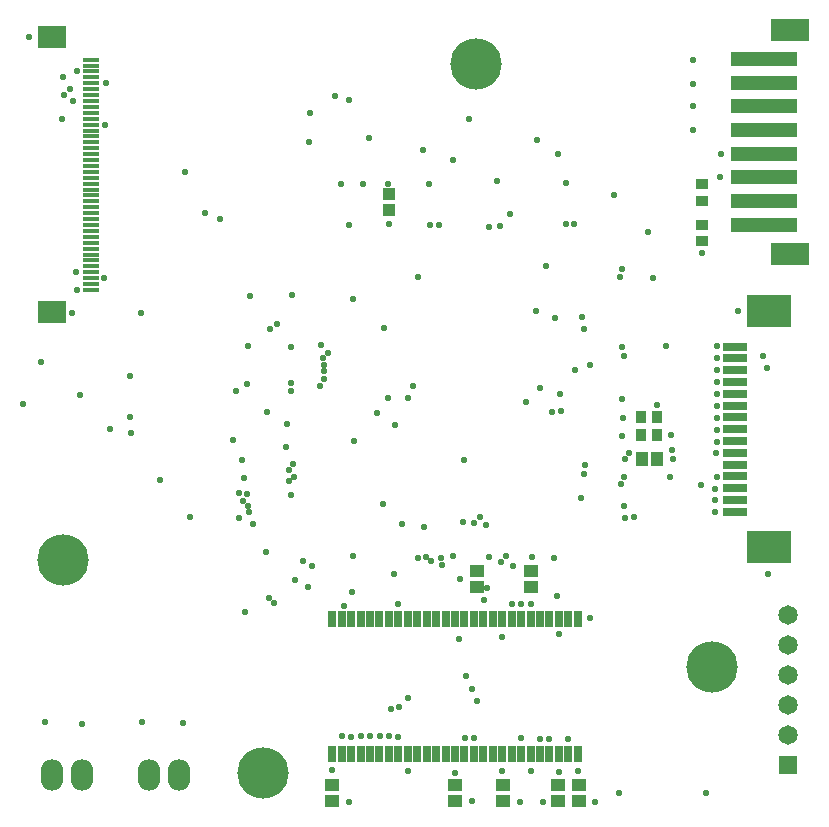
<source format=gbs>
G04*
G04 #@! TF.GenerationSoftware,Altium Limited,Altium Designer,23.3.1 (30)*
G04*
G04 Layer_Color=16711935*
%FSLAX44Y44*%
%MOMM*%
G71*
G04*
G04 #@! TF.SameCoordinates,1E3CE245-77AB-4D3B-BECC-05931035AD6D*
G04*
G04*
G04 #@! TF.FilePolarity,Negative*
G04*
G01*
G75*
%ADD31R,1.1500X1.0500*%
%ADD32R,1.0500X1.1500*%
%ADD36R,0.9500X1.0500*%
%ADD37R,1.0500X0.9500*%
%ADD45R,1.1000X1.0000*%
%ADD47C,4.3500*%
%ADD48R,1.6500X1.6500*%
%ADD49C,1.6500*%
%ADD50O,1.9000X2.6500*%
%ADD51C,0.5500*%
%ADD69R,2.1500X0.7600*%
%ADD70R,3.7500X2.8300*%
%ADD71R,0.7500X1.4450*%
%ADD72R,1.4500X0.4500*%
%ADD73R,2.3500X1.9500*%
%ADD74R,3.2500X1.8500*%
%ADD75R,5.6500X1.1500*%
D31*
X447040Y197720D02*
D03*
Y211220D02*
D03*
X400812Y211112D02*
D03*
Y197612D02*
D03*
X487680Y16110D02*
D03*
Y29610D02*
D03*
X469900Y16110D02*
D03*
Y29610D02*
D03*
X422910Y16110D02*
D03*
Y29610D02*
D03*
X382270Y16110D02*
D03*
Y29610D02*
D03*
X278130Y16110D02*
D03*
Y29610D02*
D03*
D32*
X553720Y306070D02*
D03*
X540220D02*
D03*
D36*
X553496Y326390D02*
D03*
X539496D02*
D03*
X539608Y341122D02*
D03*
X553608D02*
D03*
D37*
X591058Y524510D02*
D03*
Y538510D02*
D03*
Y504078D02*
D03*
Y490078D02*
D03*
D45*
X326390Y516740D02*
D03*
Y529740D02*
D03*
D47*
X400000Y640000D02*
D03*
X600000Y130000D02*
D03*
X50000Y220000D02*
D03*
X220000Y40000D02*
D03*
D48*
X664464Y46990D02*
D03*
D49*
Y72390D02*
D03*
Y97790D02*
D03*
Y123190D02*
D03*
Y148590D02*
D03*
Y173990D02*
D03*
D50*
X122936Y38608D02*
D03*
X148336D02*
D03*
X40894Y38354D02*
D03*
X66294D02*
D03*
D51*
X355092Y567690D02*
D03*
X62484Y448818D02*
D03*
X50038Y629158D02*
D03*
X222504Y226822D02*
D03*
X258064Y197358D02*
D03*
X295402Y193294D02*
D03*
X408940Y250190D02*
D03*
X356108Y248412D02*
D03*
X330962Y208280D02*
D03*
X409448Y196850D02*
D03*
X468630Y189738D02*
D03*
X522732Y284734D02*
D03*
X525526Y290322D02*
D03*
X564642Y290830D02*
D03*
X566420Y313690D02*
D03*
X523748Y325628D02*
D03*
X523494Y356870D02*
D03*
X525272Y393192D02*
D03*
X560578Y401066D02*
D03*
X522224Y459994D02*
D03*
X549802Y458851D02*
D03*
X483362Y504444D02*
D03*
X475996D02*
D03*
X420116Y502920D02*
D03*
X368554Y503936D02*
D03*
X516890Y529336D02*
D03*
X476250Y539496D02*
D03*
X417576Y541274D02*
D03*
X360172Y538734D02*
D03*
X285496Y538988D02*
D03*
X209042Y443992D02*
D03*
X107950Y328168D02*
D03*
X116840Y429006D02*
D03*
X268732Y402082D02*
D03*
X206756Y401066D02*
D03*
X243586Y369824D02*
D03*
X206502Y369062D02*
D03*
X241577Y287394D02*
D03*
X245872Y290830D02*
D03*
X242062Y296164D02*
D03*
X244856Y301244D02*
D03*
X202184Y304546D02*
D03*
X203962Y289560D02*
D03*
X206248Y276098D02*
D03*
X199390Y256032D02*
D03*
X157988Y256540D02*
D03*
X106934Y341630D02*
D03*
X89916Y330962D02*
D03*
X65024Y359664D02*
D03*
X16510Y352044D02*
D03*
X58420Y429514D02*
D03*
X85344Y459232D02*
D03*
X86106Y588518D02*
D03*
X259545Y598625D02*
D03*
X86868Y623824D02*
D03*
X21590Y663194D02*
D03*
X325882Y538988D02*
D03*
X607568Y564134D02*
D03*
X622046Y431292D02*
D03*
X603758Y401066D02*
D03*
X604266Y370840D02*
D03*
X604012Y340614D02*
D03*
X553466Y351282D02*
D03*
X565150Y326136D02*
D03*
X567182Y306070D02*
D03*
X603504Y310896D02*
D03*
X602234Y280670D02*
D03*
X647192Y208788D02*
D03*
X447294Y222504D02*
D03*
X386842Y203962D02*
D03*
X288036Y181102D02*
D03*
X385572Y153670D02*
D03*
X422402Y155194D02*
D03*
X470408Y157226D02*
D03*
X496570Y170942D02*
D03*
X594868Y23368D02*
D03*
X521208Y23114D02*
D03*
X501142Y15494D02*
D03*
X456946Y15748D02*
D03*
X446532Y41910D02*
D03*
X437642Y15748D02*
D03*
X398272Y69596D02*
D03*
X396748Y16002D02*
D03*
X292608Y15748D02*
D03*
X117094Y83312D02*
D03*
X35052D02*
D03*
X199390Y276860D02*
D03*
X132842Y287782D02*
D03*
X61468Y464058D02*
D03*
X31496Y387604D02*
D03*
X194564Y321564D02*
D03*
X243078Y363220D02*
D03*
Y400558D02*
D03*
X244602Y444754D02*
D03*
X326156Y505022D02*
D03*
X304038Y538734D02*
D03*
X292862Y504190D02*
D03*
X361040Y503935D02*
D03*
X411226Y502412D02*
D03*
X606298Y544322D02*
D03*
X591058Y480314D02*
D03*
X545338Y498348D02*
D03*
X524002Y466344D02*
D03*
X523748Y400558D02*
D03*
X524256Y340614D02*
D03*
X529844Y310896D02*
D03*
X526542Y305562D02*
D03*
X602488Y271018D02*
D03*
X602742Y261112D02*
D03*
X466415Y221996D02*
D03*
X410972Y222758D02*
D03*
X362255Y219417D02*
D03*
X351028Y221996D02*
D03*
X357886Y222758D02*
D03*
X296164Y223520D02*
D03*
X246634Y202946D02*
D03*
X406979Y186690D02*
D03*
X446786Y183388D02*
D03*
X486156Y41910D02*
D03*
X470408Y41148D02*
D03*
X422402Y41910D02*
D03*
X382270Y40132D02*
D03*
X278291Y42771D02*
D03*
X151892Y82296D02*
D03*
X66609Y81328D02*
D03*
X646430Y382524D02*
D03*
X642874Y392684D02*
D03*
X604520Y391160D02*
D03*
Y381000D02*
D03*
Y360680D02*
D03*
Y351028D02*
D03*
X351282Y459740D02*
D03*
X490024Y426287D02*
D03*
X467106Y425196D02*
D03*
X488950Y272796D02*
D03*
X316484Y344424D02*
D03*
X322329Y416563D02*
D03*
X297049Y320877D02*
D03*
X526288Y255778D02*
D03*
X525526Y265684D02*
D03*
X325832Y357573D02*
D03*
X321310Y267716D02*
D03*
X292354Y609346D02*
D03*
X280924Y612902D02*
D03*
X254000Y219019D02*
D03*
X62345Y634014D02*
D03*
X261112Y214884D02*
D03*
X243332Y275590D02*
D03*
X56388Y618998D02*
D03*
X337058Y250698D02*
D03*
X211074D02*
D03*
X240163Y335365D02*
D03*
X51562Y613918D02*
D03*
X231306Y420457D02*
D03*
X226060Y416052D02*
D03*
X59182Y608838D02*
D03*
X49784Y593344D02*
D03*
X429040Y512943D02*
D03*
X450755Y430879D02*
D03*
X458978Y468884D02*
D03*
X394208Y593344D02*
D03*
X380238Y558546D02*
D03*
X309626Y577850D02*
D03*
X258826Y573786D02*
D03*
X496570Y385572D02*
D03*
X484124Y380746D02*
D03*
X204216Y176530D02*
D03*
X469900Y563880D02*
D03*
X451358Y576072D02*
D03*
X153416Y548640D02*
D03*
X491588Y415642D02*
D03*
X471678Y346456D02*
D03*
X464559Y345963D02*
D03*
X471170Y360426D02*
D03*
X295727Y441146D02*
D03*
X183388Y509016D02*
D03*
X331216Y334772D02*
D03*
X224536Y187960D02*
D03*
X229108Y183642D02*
D03*
X170753Y513748D02*
D03*
X206756Y265938D02*
D03*
X207572Y260499D02*
D03*
X202438Y270510D02*
D03*
X107442Y376103D02*
D03*
X346710Y367792D02*
D03*
X342392Y357124D02*
D03*
X271272Y379984D02*
D03*
X222891Y345549D02*
D03*
X196694Y363371D02*
D03*
X491236Y293370D02*
D03*
X478282Y68834D02*
D03*
X492358Y300983D02*
D03*
X462280Y68580D02*
D03*
X454313Y365943D02*
D03*
X454152Y68834D02*
D03*
X442722Y354330D02*
D03*
X438333Y182626D02*
D03*
X430276D02*
D03*
X438404Y69342D02*
D03*
X391905Y122405D02*
D03*
X396748Y110998D02*
D03*
X401320Y100838D02*
D03*
X390398Y69596D02*
D03*
X342419Y103042D02*
D03*
X238888Y315848D02*
D03*
X328422Y93980D02*
D03*
X334264Y183134D02*
D03*
X334996Y95984D02*
D03*
X342392Y41402D02*
D03*
X403098Y256286D02*
D03*
X334264Y70612D02*
D03*
X398018Y251714D02*
D03*
X380929Y223266D02*
D03*
X326644Y70866D02*
D03*
X389199Y252222D02*
D03*
X318516Y71120D02*
D03*
X275082Y395732D02*
D03*
X310134Y71374D02*
D03*
X271780Y385572D02*
D03*
X270925Y391067D02*
D03*
X302514Y71120D02*
D03*
X294386Y70612D02*
D03*
X286512Y71120D02*
D03*
X271041Y373380D02*
D03*
X267716Y367284D02*
D03*
X370840Y221996D02*
D03*
X371348Y215646D02*
D03*
X389636Y304546D02*
D03*
X584200Y584200D02*
D03*
Y604520D02*
D03*
Y623570D02*
D03*
Y643890D02*
D03*
X604520Y320548D02*
D03*
X604266Y330708D02*
D03*
X603758Y290830D02*
D03*
X590296Y283972D02*
D03*
X533908Y256286D02*
D03*
X420878Y218440D02*
D03*
X425450Y223266D02*
D03*
X431292Y214884D02*
D03*
D69*
X619760Y400990D02*
D03*
Y390990D02*
D03*
Y380990D02*
D03*
Y370990D02*
D03*
Y360990D02*
D03*
Y350990D02*
D03*
Y340990D02*
D03*
Y330990D02*
D03*
Y320990D02*
D03*
Y310990D02*
D03*
Y300990D02*
D03*
Y290990D02*
D03*
Y280990D02*
D03*
Y270990D02*
D03*
Y260990D02*
D03*
D70*
X647760Y430890D02*
D03*
Y231090D02*
D03*
D71*
X486270Y55750D02*
D03*
X478270D02*
D03*
X470270D02*
D03*
X462270D02*
D03*
X454270D02*
D03*
X446270D02*
D03*
X438270D02*
D03*
X430270D02*
D03*
X422270D02*
D03*
X414270D02*
D03*
X406270D02*
D03*
X398270D02*
D03*
X390270D02*
D03*
X382270D02*
D03*
X374270D02*
D03*
X366270D02*
D03*
X358270D02*
D03*
X350270D02*
D03*
X342270D02*
D03*
X334270D02*
D03*
X326270D02*
D03*
X318270D02*
D03*
X310270D02*
D03*
X302270D02*
D03*
X294270D02*
D03*
X286270D02*
D03*
X278270D02*
D03*
Y170310D02*
D03*
X286270D02*
D03*
X294270D02*
D03*
X302270D02*
D03*
X310270D02*
D03*
X318270D02*
D03*
X326270D02*
D03*
X334270D02*
D03*
X342270D02*
D03*
X350270D02*
D03*
X358270D02*
D03*
X366270D02*
D03*
X374270D02*
D03*
X382270D02*
D03*
X390270D02*
D03*
X398270D02*
D03*
X406270D02*
D03*
X414270D02*
D03*
X422270D02*
D03*
X430270D02*
D03*
X438270D02*
D03*
X446270D02*
D03*
X454270D02*
D03*
X462270D02*
D03*
X470270D02*
D03*
X478270D02*
D03*
X486270D02*
D03*
D72*
X73740Y448854D02*
D03*
Y453854D02*
D03*
Y458854D02*
D03*
Y463854D02*
D03*
Y468854D02*
D03*
Y473854D02*
D03*
Y478854D02*
D03*
Y483854D02*
D03*
Y488854D02*
D03*
Y493854D02*
D03*
Y498854D02*
D03*
Y503854D02*
D03*
Y508854D02*
D03*
Y513854D02*
D03*
Y518854D02*
D03*
Y523854D02*
D03*
Y528854D02*
D03*
Y533854D02*
D03*
Y538854D02*
D03*
Y543854D02*
D03*
Y548854D02*
D03*
Y553854D02*
D03*
Y558854D02*
D03*
Y563854D02*
D03*
Y568854D02*
D03*
Y573854D02*
D03*
Y578854D02*
D03*
Y583854D02*
D03*
Y588854D02*
D03*
Y593854D02*
D03*
Y598854D02*
D03*
Y603854D02*
D03*
Y608854D02*
D03*
Y613854D02*
D03*
Y618854D02*
D03*
Y623854D02*
D03*
Y628854D02*
D03*
Y633854D02*
D03*
Y638854D02*
D03*
Y643854D02*
D03*
D73*
X41240Y429854D02*
D03*
Y662854D02*
D03*
D74*
X665890Y668700D02*
D03*
Y479700D02*
D03*
D75*
X643890Y504200D02*
D03*
Y524200D02*
D03*
Y544200D02*
D03*
Y564200D02*
D03*
Y584200D02*
D03*
Y604200D02*
D03*
Y624200D02*
D03*
Y644200D02*
D03*
M02*

</source>
